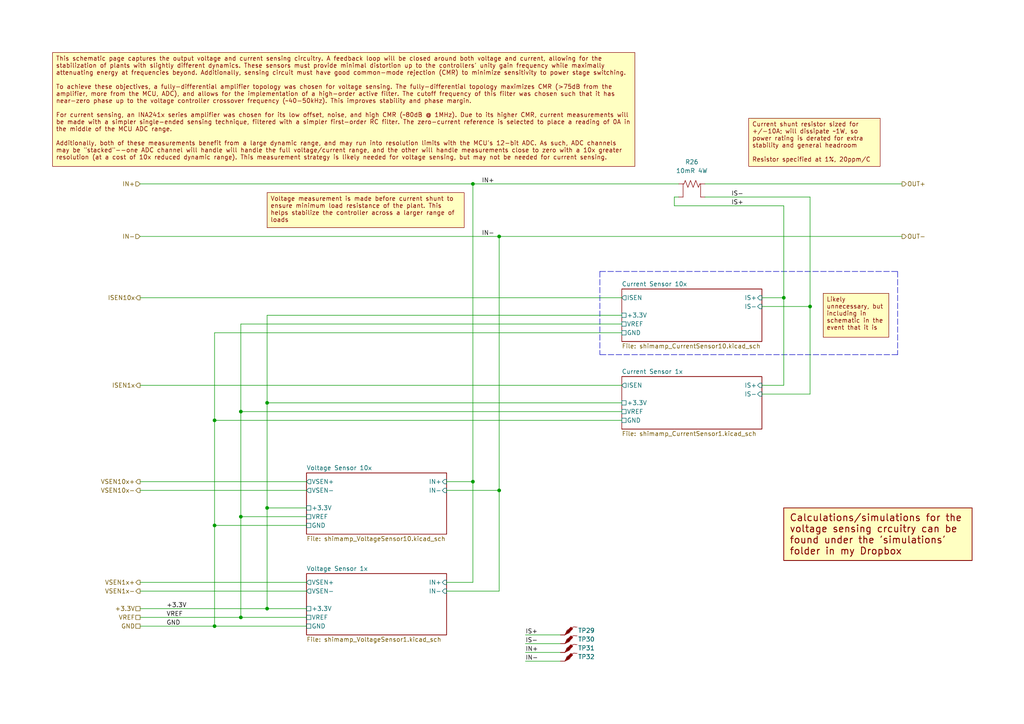
<source format=kicad_sch>
(kicad_sch (version 20230121) (generator eeschema)
  (paper "A4")
  (title_block (title "Shim Amplifier Prototype") (date "2023-08-01") (rev "A.1") (company "Ishaan Govindarajan"))
  (lib_symbols
    (symbol "Custom-LogicIC:TestPoint" (in_bom no)
      (property "Reference" "TP" (at 2.54 0 0))
      (symbol "TestPoint_1_1"
        (polyline (pts (xy -0.762 1.27) (xy 0 0.508)) (stroke (width 0) (color 72 0 0 1)))
        (polyline (pts (xy -0.508 1.524) (xy 0.254 0.762)) (stroke (width 0) (color 72 0 0 1)))
        (polyline (pts (xy -1.27 0) (xy -0.762 1.016) (xy -0.254 0.508) (xy -1.27 0)) (fill (type color) (color 132 0 0 1)))
        (polyline (pts (xy -0.762 1.016) (xy 0.508 2.286) (xy 1.016 1.778) (xy -0.254 0.508) (xy -0.762 1.016)) (fill (type color) (color 132 0 0 1)))
        (arc (start 1.778 2.286) (mid 1.2343 2.3019) (end 0.762 2.032))
        (arc (start 1.778 2.286) (mid 2.032 2.258) (end 2.286 2.286))
        (pin passive line (at -2.54 0 0) (length 1.27) (name "") (number "1"))
      )
    )
    (symbol "Custom-Resistor:VMS-R010-1.0-U" (pin_numbers hide) (pin_names (offset 0))
      (property "Reference" "R" (at 2.54 0 90))
      (property "Value" "10mR 4W" (at -2.54 0 90))
      (symbol "VMS-R010-1.0-U_0_1"
        (polyline (pts (xy 0 -2.286) (xy 0 -2.54)))
        (polyline (pts (xy 0 2.286) (xy 0 2.54)))
        (polyline (pts (xy 3.81 -2.54) (xy 0 -2.54)))
        (polyline (pts (xy 3.81 2.54) (xy 0 2.54)))
        (polyline (pts (xy 0 -0.762) (xy 1.016 -1.143) (xy 0 -1.524) (xy -1.016 -1.905) (xy 0 -2.286)))
        (polyline (pts (xy 0 0.762) (xy 1.016 0.381) (xy 0 0) (xy -1.016 -0.381) (xy 0 -0.762)))
        (polyline (pts (xy 0 2.286) (xy 1.016 1.905) (xy 0 1.524) (xy -1.016 1.143) (xy 0 0.762)))
      )
      (symbol "VMS-R010-1.0-U_1_1"
        (pin passive line (at 0 3.81 270) (length 1.27) (name "~") (number "1"))
        (pin passive line (at 0 -3.81 90) (length 1.27) (name "~") (number "2"))
        (pin passive line (at 3.81 3.81 270) (length 1.27) (name "~") (number "3"))
        (pin passive line (at 3.81 -3.81 90) (length 1.27) (name "~") (number "4"))
      )
    )
  )
  (junction (at 234.95 88.9))
  (junction (at 69.85 149.86))
  (junction (at 62.23 152.4))
  (junction (at 137.16 139.7))
  (junction (at 77.47 116.84))
  (junction (at 144.78 142.24))
  (junction (at 77.47 176.53))
  (junction (at 62.23 121.92))
  (junction (at 227.33 86.36))
  (junction (at 62.23 181.61))
  (junction (at 137.16 53.34))
  (junction (at 69.85 119.38))
  (junction (at 69.85 179.07))
  (junction (at 77.47 147.32))
  (junction (at 144.78 68.58))
  (wire (pts (xy 69.85 93.98) (xy 180.34 93.98)))
  (wire (pts (xy 152.4 184.15) (xy 162.56 184.15)))
  (wire (pts (xy 227.33 86.36) (xy 227.33 111.76)))
  (wire (pts (xy 144.78 142.24) (xy 144.78 68.58)))
  (wire (pts (xy 137.16 53.34) (xy 196.85 53.34)))
  (wire (pts (xy 62.23 152.4) (xy 62.23 121.92)))
  (wire (pts (xy 69.85 179.07) (xy 88.9 179.07)))
  (wire (pts (xy 196.85 57.15) (xy 195.58 57.15)))
  (wire (pts (xy 220.98 86.36) (xy 227.33 86.36)))
  (wire (pts (xy 220.98 111.76) (xy 227.33 111.76)))
  (wire (pts (xy 40.64 53.34) (xy 137.16 53.34)))
  (polyline (pts (xy 173.99 78.74) (xy 260.35 78.74)) (stroke (width 0) (type dash)))
  (wire (pts (xy 152.4 191.77) (xy 162.56 191.77)))
  (wire (pts (xy 77.47 116.84) (xy 180.34 116.84)))
  (wire (pts (xy 40.64 139.7) (xy 88.9 139.7)))
  (wire (pts (xy 69.85 149.86) (xy 69.85 119.38)))
  (wire (pts (xy 62.23 181.61) (xy 62.23 152.4)))
  (wire (pts (xy 129.54 142.24) (xy 144.78 142.24)))
  (wire (pts (xy 144.78 68.58) (xy 261.62 68.58)))
  (wire (pts (xy 152.4 186.69) (xy 162.56 186.69)))
  (wire (pts (xy 40.64 111.76) (xy 180.34 111.76)))
  (wire (pts (xy 77.47 91.44) (xy 180.34 91.44)))
  (polyline (pts (xy 173.99 78.74) (xy 173.99 102.87)) (stroke (width 0) (type dash)))
  (wire (pts (xy 40.64 68.58) (xy 144.78 68.58)))
  (wire (pts (xy 77.47 147.32) (xy 77.47 176.53)))
  (wire (pts (xy 62.23 152.4) (xy 88.9 152.4)))
  (wire (pts (xy 40.64 168.91) (xy 88.9 168.91)))
  (wire (pts (xy 144.78 142.24) (xy 144.78 171.45)))
  (wire (pts (xy 77.47 147.32) (xy 77.47 116.84)))
  (wire (pts (xy 88.9 181.61) (xy 62.23 181.61)))
  (wire (pts (xy 77.47 116.84) (xy 77.47 91.44)))
  (wire (pts (xy 144.78 171.45) (xy 129.54 171.45)))
  (wire (pts (xy 220.98 88.9) (xy 234.95 88.9)))
  (wire (pts (xy 234.95 57.15) (xy 234.95 88.9)))
  (wire (pts (xy 69.85 119.38) (xy 180.34 119.38)))
  (wire (pts (xy 129.54 168.91) (xy 137.16 168.91)))
  (wire (pts (xy 195.58 57.15) (xy 195.58 59.69)))
  (wire (pts (xy 69.85 149.86) (xy 69.85 179.07)))
  (wire (pts (xy 204.47 53.34) (xy 261.62 53.34)))
  (wire (pts (xy 195.58 59.69) (xy 227.33 59.69)))
  (wire (pts (xy 40.64 142.24) (xy 88.9 142.24)))
  (polyline (pts (xy 260.35 102.87) (xy 173.99 102.87)) (stroke (width 0) (type dash)))
  (wire (pts (xy 234.95 88.9) (xy 234.95 114.3)))
  (wire (pts (xy 137.16 139.7) (xy 137.16 53.34)))
  (wire (pts (xy 62.23 96.52) (xy 180.34 96.52)))
  (wire (pts (xy 40.64 171.45) (xy 88.9 171.45)))
  (wire (pts (xy 88.9 176.53) (xy 77.47 176.53)))
  (polyline (pts (xy 260.35 78.74) (xy 260.35 102.87)) (stroke (width 0) (type dash)))
  (wire (pts (xy 40.64 181.61) (xy 62.23 181.61)))
  (wire (pts (xy 69.85 93.98) (xy 69.85 119.38)))
  (wire (pts (xy 62.23 121.92) (xy 180.34 121.92)))
  (wire (pts (xy 227.33 59.69) (xy 227.33 86.36)))
  (wire (pts (xy 40.64 176.53) (xy 77.47 176.53)))
  (wire (pts (xy 69.85 149.86) (xy 88.9 149.86)))
  (wire (pts (xy 220.98 114.3) (xy 234.95 114.3)))
  (wire (pts (xy 77.47 147.32) (xy 88.9 147.32)))
  (wire (pts (xy 137.16 168.91) (xy 137.16 139.7)))
  (wire (pts (xy 152.4 189.23) (xy 162.56 189.23)))
  (wire (pts (xy 62.23 96.52) (xy 62.23 121.92)))
  (wire (pts (xy 129.54 139.7) (xy 137.16 139.7)))
  (wire (pts (xy 40.64 179.07) (xy 69.85 179.07)))
  (wire (pts (xy 40.64 86.36) (xy 180.34 86.36)))
  (wire (pts (xy 204.47 57.15) (xy 234.95 57.15)))
  (text_box "This schematic page captures the output voltage and current sensing circuitry. A feedback loop will be closed around both voltage and current, allowing for the stabilization of plants with slightly different dynamics. These sensors must provide minimal distortion up to the controllers' unity gain frequency while maximally attenuating energy at frequencies beyond. Additionally, sensing circuit must have good common-mode rejection (CMR) to minimize sensitivity to power stage switching. \n\nTo achieve these objectives, a fully-differential amplifier topology was chosen for voltage sensing. The fully-differential topology maximizes CMR (>75dB from the amplifier, more from the MCU, ADC), and allows for the implementation of a high-order active filter. The cutoff frequency of this filter was chosen such that it has near-zero phase up to the voltage controller crossover frequency (~40-50kHz). This improves stability and phase margin. \n\nFor current sensing, an INA241x series amplifier was chosen for its low offset, noise, and high CMR (~80dB @ 1MHz). Due to its higher CMR, current measurements will be made with a simpler single-ended sensing technique, filtered with a simpler first-order RC filter. The zero-current reference is selected to place a reading of 0A in the middle of the MCU ADC range.\n\nAdditionally, both of these measurements benefit from a large dynamic range, and may run into resolution limits with the MCU's 12-bit ADC. As such, ADC channels may be \"stacked\"--one ADC channel will handle will handle the full voltage/current range, and the other will handle measurements close to zero with a 10x greater resolution (at a cost of 10x reduced dynamic range). This measurement strategy is likely needed for voltage sensing, but may not be needed for current sensing." (at 15.24 15.24 0) (size 168.91 33.02) (stroke (width 0) (color 132 0 0 1)) (fill (type color) (color 255 255 194 1)) (effects (font (size 1.27 1.27)) (justify left top)))
  (text_box "Calculations/simulations for the voltage sensing crcuitry can be found under the 'simulations' folder in my Dropbox" (at 227.33 147.32 0) (size 54.61 15.24) (stroke (width 0.25) (color 132 0 0 1)) (fill (type color) (color 255 255 194 1)) (effects (font (size 2 2) (thickness 0.254) bold) (justify left top)))
  (text_box "Likely unnecessary, but including in schematic in the event that it is" (at 238.76 85.09 0) (size 19.05 12.7) (stroke (width 0) (color 132 0 0 1)) (fill (type color) (color 255 255 194 1)) (effects (font (size 1.27 1.27)) (justify left top)))
  (text_box "Voltage measurement is made before current shunt to ensure minimum load resistance of the plant. This helps stabilize the controller across a larger range of loads" (at 77.47 55.88 0) (size 57.15 10.16) (stroke (width 0) (color 132 0 0 1)) (fill (type color) (color 255 255 194 1)) (effects (font (size 1.27 1.27)) (justify left top)))
  (text_box "Current shunt resistor sized for +/-10A; will dissipate ~1W, so power rating is derated for extra stability and general headroom\n\nResistor specified at 1%, 20ppm/C" (at 217.17 34.29 0) (size 38.1 13.97) (stroke (width 0) (color 132 0 0 1)) (fill (type color) (color 255 255 194 1)) (effects (font (size 1.27 1.27)) (justify left top)))
  (label "IN-" (at 139.7 68.58 0))
  (label "IS-" (at 152.4 186.69 0))
  (label "IS-" (at 212.09 57.15 0))
  (label "IS+" (at 152.4 184.15 0))
  (label "IN+" (at 152.4 189.23 0))
  (label "IN-" (at 152.4 191.77 0))
  (label "IN+" (at 139.7 53.34 0))
  (label "+3.3V" (at 48.26 176.53 0))
  (label "GND" (at 48.26 181.61 0))
  (label "VREF" (at 48.26 179.07 0))
  (label "IS+" (at 212.09 59.69 0))
  (hierarchical_label "ISEN1x" (shape output) (at 40.64 111.76 180))
  (hierarchical_label "IN+" (shape input) (at 40.64 53.34 180))
  (hierarchical_label "IN-" (shape input) (at 40.64 68.58 180))
  (hierarchical_label "OUT-" (shape output) (at 261.62 68.58 0))
  (hierarchical_label "VSEN10x-" (shape output) (at 40.64 142.24 180))
  (hierarchical_label "ISEN10x" (shape output) (at 40.64 86.36 180))
  (hierarchical_label "VSEN10x+" (shape output) (at 40.64 139.7 180))
  (hierarchical_label "VSEN1x-" (shape output) (at 40.64 171.45 180))
  (hierarchical_label "+3.3V" (shape passive) (at 40.64 176.53 180))
  (hierarchical_label "VREF" (shape passive) (at 40.64 179.07 180))
  (hierarchical_label "GND" (shape passive) (at 40.64 181.61 180))
  (hierarchical_label "VSEN1x+" (shape output) (at 40.64 168.91 180))
  (hierarchical_label "OUT+" (shape output) (at 261.62 53.34 0))
  (symbol (lib_id "Custom-LogicIC:TestPoint") (at 165.1 191.77 0) (unit 1) (in_bom no)
    (property "Reference" "TP32" (at 167.64 190.5 0) (effects (justify left)))
    (property "Value" "-" (effects hide))
    (property "Footprint" "TestPoint:TestPoint_Pad_D2.0mm" (effects hide))
    (instances (project "Class-D Prototype RevB" (path "" (reference "TP32") (unit 1)) (path "" (reference "TP?") (unit 1)) (path "" (reference "TP?") (unit 1))))
  )
  (symbol (lib_id "Custom-Resistor:VMS-R010-1.0-U") (at 200.66 53.34 270) (unit 1)
    (property "Reference" "R26" (at 200.66 46.99 90))
    (property "Value" "10mR 4W" (at 200.66 49.53 90))
    (property "Footprint" "Custom-RLC:R_2512_6332_CURRENT_SHUNT" (effects hide))
    (property "Datasheet" "https://www.isabellenhuetteusa.com/wp-content/uploads/2020/05/VMS.pdf" (effects hide))
    (property "Manufacturer" "Isabellenhuette USA" (effects hide))
    (property "Part Number" "VMS-R010-1.0-U" (effects hide))
  )
  (symbol (lib_id "Custom-LogicIC:TestPoint") (at 165.1 184.15 0) (unit 1) (in_bom no)
    (property "Reference" "TP29" (at 167.64 182.88 0) (effects (justify left)))
    (property "Value" "-" (effects hide))
    (property "Footprint" "TestPoint:TestPoint_Pad_D2.0mm" (effects hide))
  )
  (symbol (lib_id "Custom-LogicIC:TestPoint") (at 165.1 189.23 0) (unit 1) (in_bom no)
    (property "Reference" "TP31" (at 167.64 187.96 0) (effects (justify left)))
    (property "Value" "-" (effects hide))
    (property "Footprint" "TestPoint:TestPoint_Pad_D2.0mm" (effects hide))
    (instances (project "Class-D Prototype RevB" (path "" (reference "TP31") (unit 1)) (path "" (reference "TP?") (unit 1)) (path "" (reference "TP?") (unit 1))))
  )
  (symbol (lib_id "Custom-LogicIC:TestPoint") (at 165.1 186.69 0) (unit 1) (in_bom no)
    (property "Reference" "TP30" (at 167.64 185.42 0) (effects (justify left)))
    (property "Value" "-" (effects hide))
    (property "Footprint" "TestPoint:TestPoint_Pad_D2.0mm" (effects hide))
  )
  (sheet (at 88.9 137.16) (size 40.64 17.78) (stroke (width 0.1524))
    (property "Sheetname" "Voltage Sensor 10x" (at 88.9 136.4484 0) (effects (justify left bottom)))
    (property "Sheetfile" "shimamp_VoltageSensor10.kicad_sch" (at 88.9 155.5246 0) (effects (justify left top)))
    (pin "VSEN-" output (at 88.9 142.24 180))
    (pin "VSEN+" output (at 88.9 139.7 180))
    (pin "IN-" input (at 129.54 142.24 0))
    (pin "IN+" input (at 129.54 139.7 0))
    (pin "GND" passive (at 88.9 152.4 180))
    (pin "VREF" passive (at 88.9 149.86 180))
    (pin "+3.3V" passive (at 88.9 147.32 180))
  )
  (sheet (at 180.34 109.22) (size 40.64 15.24) (stroke (width 0.1524))
    (property "Sheetname" "Current Sensor 1x" (at 180.34 108.5084 0) (effects (justify left bottom)))
    (property "Sheetfile" "shimamp_CurrentSensor1.kicad_sch" (at 180.34 125.0446 0) (effects (justify left top)))
    (pin "ISEN" output (at 180.34 111.76 180))
    (pin "GND" passive (at 180.34 121.92 180))
    (pin "+3.3V" passive (at 180.34 116.84 180))
    (pin "IS-" input (at 220.98 114.3 0))
    (pin "VREF" passive (at 180.34 119.38 180))
    (pin "IS+" input (at 220.98 111.76 0))
  )
  (sheet (at 180.34 83.82) (size 40.64 15.24) (stroke (width 0.1524))
    (property "Sheetname" "Current Sensor 10x" (at 180.34 83.1084 0) (effects (justify left bottom)))
    (property "Sheetfile" "shimamp_CurrentSensor10.kicad_sch" (at 180.34 99.6446 0) (effects (justify left top)))
    (pin "IS+" input (at 220.98 86.36 0))
    (pin "GND" passive (at 180.34 96.52 180))
    (pin "IS-" input (at 220.98 88.9 0))
    (pin "+3.3V" passive (at 180.34 91.44 180))
    (pin "VREF" passive (at 180.34 93.98 180))
    (pin "ISEN" output (at 180.34 86.36 180))
  )
  (sheet (at 88.9 166.37) (size 40.64 17.78) (stroke (width 0.1524))
    (property "Sheetname" "Voltage Sensor 1x" (at 88.9 165.6584 0) (effects (justify left bottom)))
    (property "Sheetfile" "shimamp_VoltageSensor1.kicad_sch" (at 88.9 184.7346 0) (effects (justify left top)))
    (pin "GND" passive (at 88.9 181.61 180))
    (pin "VREF" passive (at 88.9 179.07 180))
    (pin "+3.3V" passive (at 88.9 176.53 180))
    (pin "IN-" input (at 129.54 171.45 0))
    (pin "IN+" input (at 129.54 168.91 0))
    (pin "VSEN+" output (at 88.9 168.91 180))
    (pin "VSEN-" output (at 88.9 171.45 180))
  )
)
</source>
